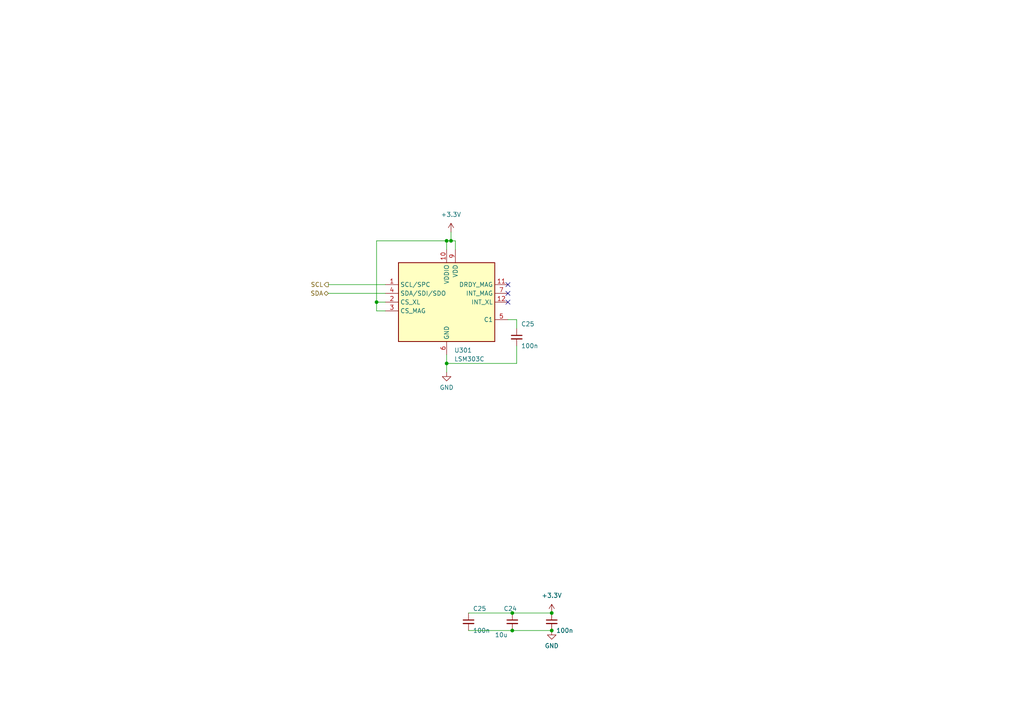
<source format=kicad_sch>
(kicad_sch (version 20230121) (generator eeschema)
  (paper "A4")
  (lib_symbols
    (symbol "Device:C_Small" (pin_numbers hide) (pin_names (offset 0.254) hide)
      (property "Reference" "C" (at 0.254 1.778 0))
      (property "Value" "C_Small" (at 0.254 -2.032 0))
      (symbol "C_Small_0_1"
        (polyline (pts (xy -1.524 -0.508) (xy 1.524 -0.508)) (stroke (width 0.3302)))
        (polyline (pts (xy -1.524 0.508) (xy 1.524 0.508)) (stroke (width 0.3048)))
      )
      (symbol "C_Small_1_1"
        (pin passive line (at 0 2.54 270) (length 2.032) (name "~") (number "1"))
        (pin passive line (at 0 -2.54 90) (length 2.032) (name "~") (number "2"))
      )
    )
    (symbol "Sensor_Motion:LSM303C"
      (property "Reference" "U" (at -11.43 15.24 0))
      (property "Value" "LSM303C" (at -5.08 13.97 0))
      (symbol "LSM303C_0_1"
        (rectangle (start 13.97 11.43) (end -13.97 -11.43) (stroke (width 0.254)) (fill (type background)))
      )
      (symbol "LSM303C_1_1"
        (pin input line (at -17.78 5.08 0) (length 3.81) (name "SCL/SPC") (number "1"))
        (pin power_in line (at 0 15.24 270) (length 3.81) (name "VDDIO") (number "10"))
        (pin output line (at 17.78 5.08 180) (length 3.81) (name "DRDY_MAG") (number "11"))
        (pin output line (at 17.78 0 180) (length 3.81) (name "INT_XL") (number "12"))
        (pin input line (at -17.78 0 0) (length 3.81) (name "CS_XL") (number "2"))
        (pin input line (at -17.78 -2.54 0) (length 3.81) (name "CS_MAG") (number "3"))
        (pin bidirectional line (at -17.78 2.54 0) (length 3.81) (name "SDA/SDI/SDO") (number "4"))
        (pin passive line (at 17.78 -5.08 180) (length 3.81) (name "C1") (number "5"))
        (pin power_in line (at 0 -15.24 90) (length 3.81) (name "GND") (number "6"))
        (pin output line (at 17.78 2.54 180) (length 3.81) (name "INT_MAG") (number "7"))
        (pin passive line (at 0 -15.24 90) (length 3.81) hide (name "GND") (number "8"))
        (pin power_in line (at 2.54 15.24 270) (length 3.81) (name "VDD") (number "9"))
      )
    )
    (symbol "power:+3.3V" (power) (pin_names (offset 0))
      (property "Value" "+3.3V" (at 0 3.556 0))
      (symbol "+3.3V_0_1"
        (polyline (pts (xy -0.762 1.27) (xy 0 2.54)))
        (polyline (pts (xy 0 0) (xy 0 2.54)))
        (polyline (pts (xy 0 2.54) (xy 0.762 1.27)))
      )
      (symbol "+3.3V_1_1"
        (pin power_in line (at 0 0 90) (length 0) hide (name "+3.3V") (number "1"))
      )
    )
    (symbol "power:GND" (power) (pin_names (offset 0))
      (property "Value" "GND" (at 0 -3.81 0))
      (symbol "GND_0_1"
        (polyline (pts (xy 0 0) (xy 0 -1.27) (xy 1.27 -1.27) (xy 0 -2.54) (xy -1.27 -1.27) (xy 0 -1.27)))
      )
      (symbol "GND_1_1"
        (pin power_in line (at 0 0 270) (length 0) hide (name "GND") (number "1"))
      )
    )
  )
  (junction (at 129.54 69.85))
  (junction (at 148.59 177.8))
  (junction (at 148.59 182.88))
  (junction (at 160.02 182.88))
  (junction (at 160.02 177.8))
  (junction (at 129.54 105.41))
  (junction (at 109.22 87.63))
  (junction (at 130.81 69.85))
  (no_connect (at 147.32 82.55))
  (no_connect (at 147.32 85.09))
  (no_connect (at 147.32 87.63))
  (wire (pts (xy 95.25 82.55) (xy 111.76 82.55)))
  (wire (pts (xy 147.32 92.71) (xy 149.86 92.71)))
  (wire (pts (xy 129.54 105.41) (xy 129.54 102.87)))
  (wire (pts (xy 148.59 177.8) (xy 160.02 177.8)))
  (wire (pts (xy 132.08 69.85) (xy 130.81 69.85)))
  (wire (pts (xy 109.22 87.63) (xy 109.22 90.17)))
  (wire (pts (xy 109.22 69.85) (xy 109.22 87.63)))
  (wire (pts (xy 111.76 87.63) (xy 109.22 87.63)))
  (wire (pts (xy 109.22 90.17) (xy 111.76 90.17)))
  (wire (pts (xy 149.86 105.41) (xy 129.54 105.41)))
  (wire (pts (xy 135.89 182.88) (xy 148.59 182.88)))
  (wire (pts (xy 129.54 107.95) (xy 129.54 105.41)))
  (wire (pts (xy 129.54 69.85) (xy 129.54 72.39)))
  (wire (pts (xy 130.81 67.31) (xy 130.81 69.85)))
  (wire (pts (xy 129.54 69.85) (xy 109.22 69.85)))
  (wire (pts (xy 149.86 92.71) (xy 149.86 95.25)))
  (wire (pts (xy 148.59 182.88) (xy 160.02 182.88)))
  (wire (pts (xy 95.25 85.09) (xy 111.76 85.09)))
  (wire (pts (xy 132.08 72.39) (xy 132.08 69.85)))
  (wire (pts (xy 130.81 69.85) (xy 129.54 69.85)))
  (wire (pts (xy 135.89 177.8) (xy 148.59 177.8)))
  (wire (pts (xy 149.86 100.33) (xy 149.86 105.41)))
  (hierarchical_label "SDA" (shape bidirectional) (at 95.25 85.09 180))
  (hierarchical_label "SCL" (shape output) (at 95.25 82.55 180))
  (symbol (lib_id "power:+3.3V") (at 130.81 67.31 0) (unit 1)
    (property "Reference" "#PWR02" (effects hide))
    (property "Value" "+3.3V" (at 130.81 62.23 0))
    (instances (project "Nice-Buoy-V1.0" (path "" (reference "#PWR02") (unit 1)) (path "" (reference "#PWR0302") (unit 1))))
  )
  (symbol (lib_id "power:GND") (at 129.54 107.95 0) (unit 1)
    (property "Reference" "#PWR0121" (effects hide))
    (property "Value" "GND" (at 129.54 112.395 0))
    (instances (project "Nice-Buoy-V1.0" (path "" (reference "#PWR0121") (unit 1)) (path "" (reference "#PWR0226") (unit 1)) (path "" (reference "#PWR0107") (unit 1)) (path "" (reference "#PWR0301") (unit 1))))
  )
  (symbol (lib_id "power:+3.3V") (at 160.02 177.8 0) (unit 1)
    (property "Reference" "#PWR02" (effects hide))
    (property "Value" "+3.3V" (at 160.02 172.72 0))
    (instances (project "Nice-Buoy-V1.0" (path "" (reference "#PWR02") (unit 1)) (path "" (reference "#PWR0303") (unit 1))))
  )
  (symbol (lib_id "Device:C_Small") (at 160.02 180.34 0) (unit 1)
    (property "Reference" "C25" (effects hide))
    (property "Value" "100n" (at 161.29 182.88 0) (effects (justify left)))
    (property "Footprint" "A_Device:C_0603" (effects hide))
    (property "LCSC" "C14663" (effects hide))
    (instances (project "NIKOLA-02-E-001_PCAScannerController_R1" (path "" (reference "C25") (unit 1))) (project "Nice-Buoy-V1.0" (path "" (reference "C218") (unit 1)) (path "" (reference "C104") (unit 1)) (path "" (reference "C304") (unit 1))))
  )
  (symbol (lib_id "Sensor_Motion:LSM303C") (at 129.54 87.63 0) (unit 1)
    (property "Reference" "U301" (at 131.7341 101.6 0) (effects (justify left)))
    (property "Value" "LSM303C" (at 131.7341 104.14 0) (effects (justify left)))
    (property "Footprint" "Package_LGA:LGA-12_2x2mm_P0.5mm" (effects hide))
    (property "Datasheet" "www.st.com/resource/en/datasheet/lsm303c.pdf" (effects hide))
  )
  (symbol (lib_id "Device:C_Small") (at 148.59 180.34 0) (unit 1)
    (property "Reference" "C24" (at 146.05 176.53 0) (effects (justify left)))
    (property "Value" "10u" (at 143.51 184.15 0) (effects (justify left)))
    (property "Footprint" "Capacitor_SMD:C_1210_3225Metric" (effects hide))
    (property "LCSC" "C90143" (effects hide))
    (instances (project "NIKOLA-02-E-001_PCAScannerController_R1" (path "" (reference "C24") (unit 1))) (project "Nice-Buoy-V1.0" (path "" (reference "C211") (unit 1)) (path "" (reference "C101") (unit 1)) (path "" (reference "C302") (unit 1))))
  )
  (symbol (lib_id "Device:C_Small") (at 135.89 180.34 0) (unit 1)
    (property "Reference" "C25" (at 137.16 176.53 0) (effects (justify left)))
    (property "Value" "100n" (at 137.16 182.88 0) (effects (justify left)))
    (property "Footprint" "A_Device:C_0603" (effects hide))
    (property "LCSC" "C14663" (effects hide))
    (instances (project "NIKOLA-02-E-001_PCAScannerController_R1" (path "" (reference "C25") (unit 1))) (project "Nice-Buoy-V1.0" (path "" (reference "C218") (unit 1)) (path "" (reference "C104") (unit 1)) (path "" (reference "C301") (unit 1))))
  )
  (symbol (lib_id "power:GND") (at 160.02 182.88 0) (unit 1)
    (property "Reference" "#PWR0121" (effects hide))
    (property "Value" "GND" (at 160.02 187.325 0))
    (instances (project "Nice-Buoy-V1.0" (path "" (reference "#PWR0121") (unit 1)) (path "" (reference "#PWR0226") (unit 1)) (path "" (reference "#PWR0107") (unit 1)) (path "" (reference "#PWR0304") (unit 1))))
  )
  (symbol (lib_id "Device:C_Small") (at 149.86 97.79 0) (unit 1)
    (property "Reference" "C25" (at 151.13 93.98 0) (effects (justify left)))
    (property "Value" "100n" (at 151.13 100.33 0) (effects (justify left)))
    (property "Footprint" "A_Device:C_0603" (effects hide))
    (property "LCSC" "C14663" (effects hide))
    (instances (project "NIKOLA-02-E-001_PCAScannerController_R1" (path "" (reference "C25") (unit 1))) (project "Nice-Buoy-V1.0" (path "" (reference "C218") (unit 1)) (path "" (reference "C104") (unit 1)) (path "" (reference "C303") (unit 1))))
  )
)
</source>
